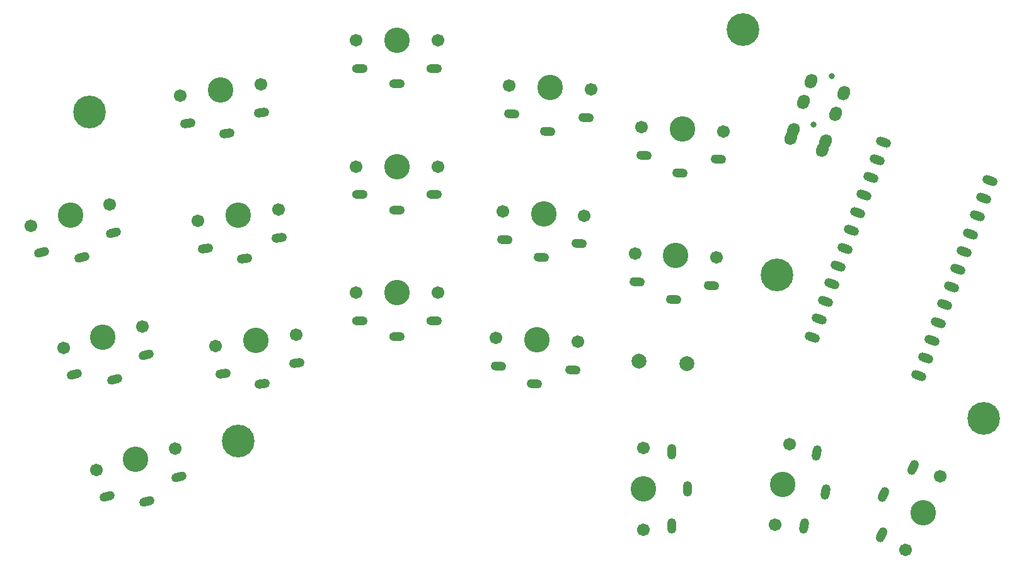
<source format=gbr>
%TF.GenerationSoftware,KiCad,Pcbnew,7.0.10*%
%TF.CreationDate,2024-03-06T23:25:22+01:00*%
%TF.ProjectId,routes,726f7574-6573-42e6-9b69-6361645f7063,rev?*%
%TF.SameCoordinates,Original*%
%TF.FileFunction,Soldermask,Bot*%
%TF.FilePolarity,Negative*%
%FSLAX46Y46*%
G04 Gerber Fmt 4.6, Leading zero omitted, Abs format (unit mm)*
G04 Created by KiCad (PCBNEW 7.0.10) date 2024-03-06 23:25:22*
%MOMM*%
%LPD*%
G01*
G04 APERTURE LIST*
G04 Aperture macros list*
%AMHorizOval*
0 Thick line with rounded ends*
0 $1 width*
0 $2 $3 position (X,Y) of the first rounded end (center of the circle)*
0 $4 $5 position (X,Y) of the second rounded end (center of the circle)*
0 Add line between two ends*
20,1,$1,$2,$3,$4,$5,0*
0 Add two circle primitives to create the rounded ends*
1,1,$1,$2,$3*
1,1,$1,$4,$5*%
G04 Aperture macros list end*
%ADD10C,0.800000*%
%ADD11HorizOval,1.600000X0.068404X0.187939X-0.068404X-0.187939X0*%
%ADD12HorizOval,1.600000X-0.068404X-0.187939X0.068404X0.187939X0*%
%ADD13C,1.701800*%
%ADD14C,3.429000*%
%ADD15O,2.100000X1.200000*%
%ADD16HorizOval,1.200000X0.422862X-0.153909X-0.422862X0.153909X0*%
%ADD17HorizOval,1.200000X-0.449383X0.023551X0.449383X-0.023551X0*%
%ADD18HorizOval,1.200000X-0.078142X-0.443163X0.078142X0.443163X0*%
%ADD19HorizOval,1.200000X-0.445621X-0.062628X0.445621X0.062628X0*%
%ADD20HorizOval,1.200000X-0.434667X-0.116469X0.434667X0.116469X0*%
%ADD21C,4.400000*%
%ADD22C,2.000000*%
%ADD23HorizOval,1.200000X0.190178X0.407839X-0.190178X-0.407839X0*%
%ADD24O,1.200000X2.100000*%
G04 APERTURE END LIST*
D10*
%TO.C,J2*%
X158393788Y-68903508D03*
X155999647Y-75481357D03*
D11*
X154624171Y-72447981D03*
D12*
X158981788Y-74012741D03*
D11*
X155650231Y-69628903D03*
D12*
X160007849Y-71193663D03*
X152914899Y-77231880D03*
D11*
X157202454Y-78813706D03*
X153256090Y-76206752D03*
D12*
X157613708Y-77771511D03*
%TD*%
D13*
%TO.C,SW12*%
X94500001Y-98100000D03*
D14*
X100000000Y-98100000D03*
X100000000Y-98100000D03*
D13*
X105500000Y-98100000D03*
D15*
X100000000Y-104000000D03*
X95000000Y-101900000D03*
X105000000Y-101900000D03*
%TD*%
D16*
%TO.C,U1*%
X179700000Y-83000000D03*
X178831269Y-85386820D03*
X177962538Y-87773638D03*
X177093807Y-90160458D03*
X176225076Y-92547277D03*
X175356344Y-94934096D03*
X174487614Y-97320914D03*
X173618882Y-99707735D03*
X172750151Y-102094554D03*
X171881420Y-104481373D03*
X171012689Y-106868192D03*
X170143957Y-109255013D03*
X155841836Y-104049465D03*
X156710568Y-101662646D03*
X157579298Y-99275826D03*
X158448029Y-96889007D03*
X159316760Y-94502188D03*
X160185492Y-92115369D03*
X161054223Y-89728549D03*
X161922954Y-87341730D03*
X162791685Y-84954911D03*
X163660416Y-82568092D03*
X164529147Y-80181272D03*
X165397879Y-77794453D03*
%TD*%
D13*
%TO.C,SW6*%
X131979717Y-92779146D03*
D14*
X137472178Y-93066994D03*
X137472178Y-93066994D03*
D13*
X142964640Y-93354842D03*
D17*
X137163396Y-98958908D03*
X132280154Y-96600106D03*
X142266449Y-97123466D03*
%TD*%
D13*
%TO.C,SW16*%
X150842151Y-129326332D03*
D14*
X151797216Y-123909890D03*
X151797216Y-123909890D03*
D13*
X152752281Y-118493447D03*
D18*
X157607582Y-124934414D03*
X154671245Y-129493792D03*
X156407726Y-119645714D03*
%TD*%
D13*
%TO.C,SW4*%
X70866463Y-71588313D03*
D14*
X76312936Y-70822861D03*
X76312936Y-70822861D03*
D13*
X81759410Y-70057409D03*
D19*
X77134057Y-76665443D03*
X71890453Y-75281745D03*
X81793134Y-73890014D03*
%TD*%
D13*
%TO.C,SW14*%
X59600301Y-121935281D03*
D14*
X64912892Y-120511777D03*
X64912892Y-120511777D03*
D13*
X70225484Y-119088272D03*
D20*
X66439924Y-126210739D03*
X61066775Y-125476390D03*
X70726034Y-122888200D03*
%TD*%
D21*
%TO.C,*%
X58700000Y-73800000D03*
%TD*%
D13*
%TO.C,SW9*%
X73232406Y-88422870D03*
D14*
X78678879Y-87657418D03*
X78678879Y-87657418D03*
D13*
X84125353Y-86891966D03*
D19*
X79500000Y-93500000D03*
X74256396Y-92116302D03*
X84159077Y-90724571D03*
%TD*%
D13*
%TO.C,SW2*%
X115102980Y-70178978D03*
D14*
X120595441Y-70466826D03*
X120595441Y-70466826D03*
D13*
X126087903Y-70754674D03*
D17*
X120286659Y-76358740D03*
X115403417Y-73999938D03*
X125389712Y-74523298D03*
%TD*%
D21*
%TO.C,*%
X146500000Y-62700000D03*
%TD*%
D13*
%TO.C,SW13*%
X75598349Y-105257427D03*
D14*
X81044822Y-104491975D03*
X81044822Y-104491975D03*
D13*
X86491296Y-103726523D03*
D19*
X81865943Y-110334557D03*
X76622339Y-108950859D03*
X86525020Y-107559128D03*
%TD*%
D21*
%TO.C,*%
X178800000Y-115000000D03*
%TD*%
D22*
%TO.C,RSW2*%
X138995546Y-107670092D03*
X132504454Y-107329908D03*
%TD*%
D13*
%TO.C,SW15*%
X173021616Y-122758756D03*
D14*
X170697216Y-127743448D03*
X170697216Y-127743448D03*
D13*
X168372816Y-132728141D03*
D23*
X165350000Y-125250000D03*
X169366338Y-121605960D03*
X165140155Y-130669038D03*
%TD*%
D21*
%TO.C,*%
X151050000Y-95700000D03*
%TD*%
D13*
%TO.C,SW5*%
X50800453Y-89093803D03*
D14*
X56113044Y-87670299D03*
X56113044Y-87670299D03*
D13*
X61425636Y-86246794D03*
D20*
X57640076Y-93369261D03*
X52266927Y-92634912D03*
X61926186Y-90046722D03*
%TD*%
D21*
%TO.C,*%
X78650000Y-118050000D03*
%TD*%
D13*
%TO.C,SW7*%
X114213268Y-87155680D03*
D14*
X119705729Y-87443528D03*
X119705729Y-87443528D03*
D13*
X125198191Y-87731376D03*
D17*
X119396947Y-93335442D03*
X114513705Y-90976640D03*
X124500000Y-91500000D03*
%TD*%
D13*
%TO.C,SW8*%
X94500001Y-81100000D03*
D14*
X100000000Y-81100000D03*
X100000000Y-81100000D03*
D13*
X105500000Y-81100000D03*
D15*
X100000000Y-87000000D03*
X95000000Y-84900000D03*
X105000000Y-84900000D03*
%TD*%
D13*
%TO.C,SW1*%
X132869428Y-75802444D03*
D14*
X138361889Y-76090292D03*
X138361889Y-76090292D03*
D13*
X143854351Y-76378140D03*
D17*
X138053107Y-81982206D03*
X133169865Y-79623404D03*
X143156160Y-80146764D03*
%TD*%
D13*
%TO.C,SW3*%
X94500001Y-64100000D03*
D14*
X100000000Y-64100000D03*
X100000000Y-64100000D03*
D13*
X105500000Y-64100000D03*
D15*
X100000000Y-70000000D03*
X95000000Y-67900000D03*
X105000000Y-67900000D03*
%TD*%
D13*
%TO.C,SW10*%
X55200377Y-105514542D03*
D14*
X60512968Y-104091038D03*
X60512968Y-104091038D03*
D13*
X65825560Y-102667533D03*
D20*
X62040000Y-109790000D03*
X56666851Y-109055651D03*
X66326110Y-106467461D03*
%TD*%
D13*
%TO.C,SW17*%
X133126310Y-130010907D03*
D14*
X133126310Y-124510908D03*
X133126310Y-124510908D03*
D13*
X133126310Y-119010908D03*
D24*
X139026310Y-124510908D03*
X136926310Y-129510908D03*
X136926310Y-119510908D03*
%TD*%
D13*
%TO.C,SW11*%
X113323557Y-104132382D03*
D14*
X118816018Y-104420230D03*
X118816018Y-104420230D03*
D13*
X124308480Y-104708078D03*
D17*
X118507236Y-110312144D03*
X113623994Y-107953342D03*
X123610289Y-108476702D03*
%TD*%
M02*

</source>
